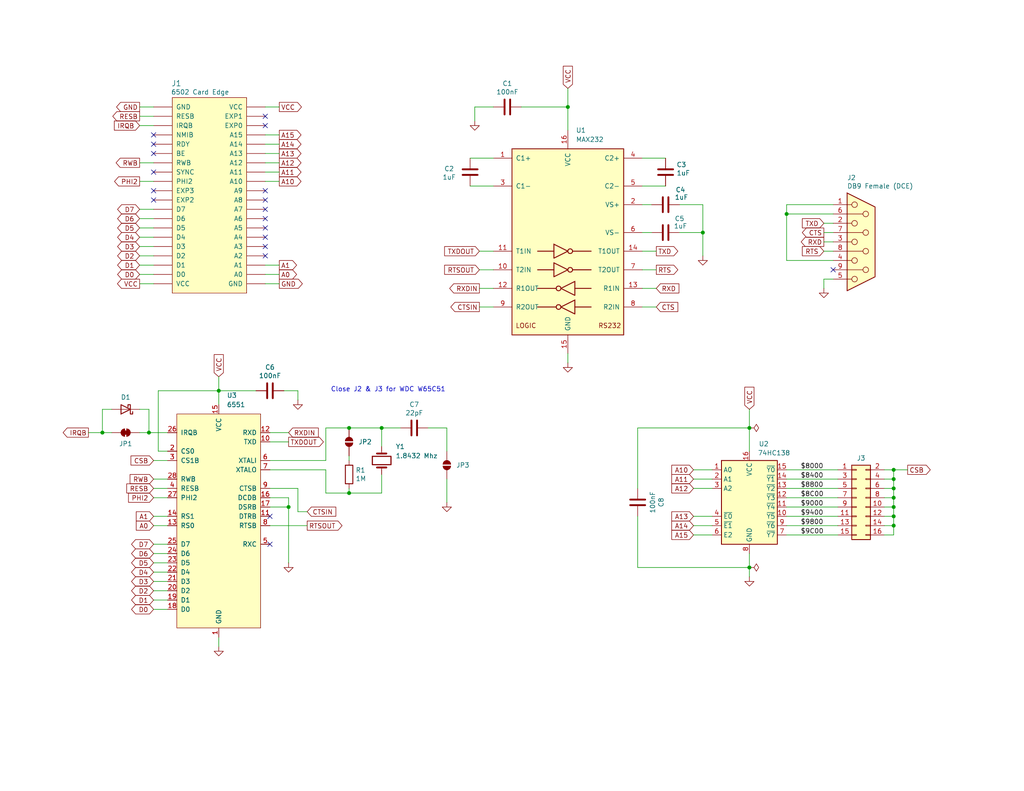
<source format=kicad_sch>
(kicad_sch (version 20250114) (generator "eeschema") (generator_version "9.0")
  (paper "USLetter")
  (title_block (title "6502 Serial Card") (date "2025-09-06") (rev "1.1") (company "A.C. Wright Design"))
  (lib_symbols
    (symbol "6502 Parts:6502 Card Edge" (pin_names (offset 1.016)) (in_bom no)
      (property "Reference" "J" (at -10.16 28.448 0))
      (property "Value" "6502 Card Edge" (at -5.588 26.924 0))
      (symbol "6502 Card Edge_1_0"
        (rectangle (start -10.16 25.4) (end 10.16 -27.94) (fill (type background)))
        (pin power_in line (at -15.24 22.86 0) (length 5.08) (name "GND") (number "GND"))
        (pin bidirectional line (at -15.24 20.32 0) (length 5.08) (name "RESB") (number "RESB"))
        (pin bidirectional line (at -15.24 17.78 0) (length 5.08) (name "IRQB") (number "IRQB"))
        (pin bidirectional line (at -15.24 15.24 0) (length 5.08) (name "NMIB") (number "NMIB"))
        (pin bidirectional line (at -15.24 12.7 0) (length 5.08) (name "RDY") (number "RDY"))
        (pin bidirectional line (at -15.24 10.16 0) (length 5.08) (name "BE") (number "BE"))
        (pin bidirectional line (at -15.24 7.62 0) (length 5.08) (name "RWB") (number "RWB"))
        (pin bidirectional line (at -15.24 5.08 0) (length 5.08) (name "SYNC") (number "SYNC"))
        (pin bidirectional line (at -15.24 2.54 0) (length 5.08) (name "PHI2") (number "PHI2"))
        (pin bidirectional line (at -15.24 0 0) (length 5.08) (name "EXP3") (number "EXP3"))
        (pin bidirectional line (at -15.24 -2.54 0) (length 5.08) (name "EXP2") (number "EXP2"))
        (pin bidirectional line (at -15.24 -5.08 0) (length 5.08) (name "D7") (number "D7"))
        (pin bidirectional line (at -15.24 -7.62 0) (length 5.08) (name "D6") (number "D6"))
        (pin bidirectional line (at -15.24 -10.16 0) (length 5.08) (name "D5") (number "D5"))
        (pin bidirectional line (at -15.24 -12.7 0) (length 5.08) (name "D4") (number "D4"))
        (pin bidirectional line (at -15.24 -15.24 0) (length 5.08) (name "D3") (number "D3"))
        (pin bidirectional line (at -15.24 -17.78 0) (length 5.08) (name "D2") (number "D2"))
        (pin bidirectional line (at -15.24 -20.32 0) (length 5.08) (name "D1") (number "D1"))
        (pin bidirectional line (at -15.24 -22.86 0) (length 5.08) (name "D0") (number "D0"))
        (pin power_in line (at -15.24 -25.4 0) (length 5.08) (name "VCC") (number "VCC"))
        (pin power_in line (at 15.24 22.86 180) (length 5.08) (name "VCC") (number "VCC"))
        (pin bidirectional line (at 15.24 20.32 180) (length 5.08) (name "EXP1") (number "EXP1"))
        (pin bidirectional line (at 15.24 17.78 180) (length 5.08) (name "EXP0") (number "EXP0"))
        (pin bidirectional line (at 15.24 15.24 180) (length 5.08) (name "A15") (number "A15"))
        (pin bidirectional line (at 15.24 12.7 180) (length 5.08) (name "A14") (number "A14"))
        (pin bidirectional line (at 15.24 10.16 180) (length 5.08) (name "A13") (number "A13"))
        (pin bidirectional line (at 15.24 7.62 180) (length 5.08) (name "A12") (number "A12"))
        (pin bidirectional line (at 15.24 5.08 180) (length 5.08) (name "A11") (number "A11"))
        (pin bidirectional line (at 15.24 2.54 180) (length 5.08) (name "A10") (number "A10"))
        (pin bidirectional line (at 15.24 0 180) (length 5.08) (name "A9") (number "A9"))
        (pin bidirectional line (at 15.24 -2.54 180) (length 5.08) (name "A8") (number "A8"))
        (pin bidirectional line (at 15.24 -5.08 180) (length 5.08) (name "A7") (number "A7"))
        (pin bidirectional line (at 15.24 -7.62 180) (length 5.08) (name "A6") (number "A6"))
        (pin bidirectional line (at 15.24 -10.16 180) (length 5.08) (name "A5") (number "A5"))
        (pin bidirectional line (at 15.24 -12.7 180) (length 5.08) (name "A4") (number "A4"))
        (pin bidirectional line (at 15.24 -15.24 180) (length 5.08) (name "A3") (number "A3"))
        (pin bidirectional line (at 15.24 -17.78 180) (length 5.08) (name "A2") (number "A2"))
        (pin bidirectional line (at 15.24 -20.32 180) (length 5.08) (name "A1") (number "A1"))
        (pin bidirectional line (at 15.24 -22.86 180) (length 5.08) (name "A0") (number "A0"))
        (pin power_in line (at 15.24 -25.4 180) (length 5.08) (name "GND") (number "GND"))
      )
    )
    (symbol "6502 Parts:65C51" (pin_names (offset 1.016))
      (property "Reference" "U" (at -10.922 33.528 0))
      (property "Value" "65C51" (at -8.382 30.988 0))
      (symbol "65C51_0_1"
        (rectangle (start -11.43 29.21) (end 11.43 -29.21) (fill (type background)))
      )
      (symbol "65C51_1_1"
        (pin output line (at -13.97 24.13 0) (length 2.54) (name "IRQB") (number "26"))
        (pin input line (at -13.97 19.05 0) (length 2.54) (name "CS0") (number "2"))
        (pin input line (at -13.97 16.51 0) (length 2.54) (name "CS1B") (number "3"))
        (pin input line (at -13.97 11.43 0) (length 2.54) (name "RWB") (number "28"))
        (pin input line (at -13.97 8.89 0) (length 2.54) (name "RESB") (number "4"))
        (pin input line (at -13.97 6.35 0) (length 2.54) (name "PHI2") (number "27"))
        (pin input line (at -13.97 1.27 0) (length 2.54) (name "RS1") (number "14"))
        (pin input line (at -13.97 -1.27 0) (length 2.54) (name "RS0") (number "13"))
        (pin bidirectional line (at -13.97 -6.35 0) (length 2.54) (name "D7") (number "25"))
        (pin bidirectional line (at -13.97 -8.89 0) (length 2.54) (name "D6") (number "24"))
        (pin bidirectional line (at -13.97 -11.43 0) (length 2.54) (name "D5") (number "23"))
        (pin bidirectional line (at -13.97 -13.97 0) (length 2.54) (name "D4") (number "22"))
        (pin bidirectional line (at -13.97 -16.51 0) (length 2.54) (name "D3") (number "21"))
        (pin bidirectional line (at -13.97 -19.05 0) (length 2.54) (name "D2") (number "20"))
        (pin bidirectional line (at -13.97 -21.59 0) (length 2.54) (name "D1") (number "19"))
        (pin bidirectional line (at -13.97 -24.13 0) (length 2.54) (name "D0") (number "18"))
        (pin power_in line (at 0 31.75 270) (length 2.54) (name "VCC") (number "15"))
        (pin power_in line (at 0 -31.75 90) (length 2.54) (name "GND") (number "1"))
        (pin input line (at 13.97 24.13 180) (length 2.54) (name "RXD") (number "12"))
        (pin output line (at 13.97 21.59 180) (length 2.54) (name "TXD") (number "10"))
        (pin input line (at 13.97 16.51 180) (length 2.54) (name "XTALI") (number "6"))
        (pin input line (at 13.97 13.97 180) (length 2.54) (name "XTALO") (number "7"))
        (pin input line (at 13.97 8.89 180) (length 2.54) (name "CTSB") (number "9"))
        (pin input line (at 13.97 6.35 180) (length 2.54) (name "DCDB") (number "16"))
        (pin input line (at 13.97 3.81 180) (length 2.54) (name "DSRB") (number "17"))
        (pin output line (at 13.97 1.27 180) (length 2.54) (name "DTRB") (number "11"))
        (pin output line (at 13.97 -1.27 180) (length 2.54) (name "RTSB") (number "8"))
        (pin input line (at 13.97 -6.35 180) (length 2.54) (name "RXC") (number "5"))
      )
    )
    (symbol "6502 Parts:DB9 Female" (pin_names (offset 1.016) (hide yes))
      (property "Reference" "J" (at 0 13.97 0))
      (property "Value" "DB9 Female (DCE)" (at 0 -14.605 0))
      (symbol "DB9 Female_0_1"
        (polyline (pts (xy -3.81 13.335) (xy -3.81 -13.335) (xy 3.81 -9.525) (xy 3.81 9.525) (xy -3.81 13.335)) (stroke (width 0.254)) (fill (type background)))
        (polyline (pts (xy -3.81 10.16) (xy -2.54 10.16)))
        (polyline (pts (xy -3.81 7.62) (xy 0.508 7.62)))
        (polyline (pts (xy -3.81 5.08) (xy -2.54 5.08)))
        (polyline (pts (xy -3.81 2.54) (xy 0.508 2.54)))
        (polyline (pts (xy -3.81 0) (xy -2.54 0)))
        (polyline (pts (xy -3.81 -2.54) (xy 0.508 -2.54)))
        (polyline (pts (xy -3.81 -5.08) (xy -2.54 -5.08)))
        (polyline (pts (xy -3.81 -7.62) (xy 0.508 -7.62)))
        (polyline (pts (xy -3.81 -10.16) (xy -2.54 -10.16)))
        (circle (center -1.778 10.16) (radius 0.762))
        (circle (center -1.778 5.08) (radius 0.762))
        (circle (center -1.778 0) (radius 0.762))
        (circle (center -1.778 -5.08) (radius 0.762))
        (circle (center -1.778 -10.16) (radius 0.762))
        (circle (center 1.27 7.62) (radius 0.762))
        (circle (center 1.27 2.54) (radius 0.762))
        (circle (center 1.27 -2.54) (radius 0.762))
        (circle (center 1.27 -7.62) (radius 0.762))
      )
      (symbol "DB9 Female_1_1"
        (pin passive line (at -7.62 10.16 0) (length 3.81) (name "1") (number "1"))
        (pin passive line (at -7.62 7.62 0) (length 3.81) (name "6") (number "6"))
        (pin passive line (at -7.62 5.08 0) (length 3.81) (name "2") (number "2"))
        (pin passive line (at -7.62 2.54 0) (length 3.81) (name "7") (number "7"))
        (pin passive line (at -7.62 0 0) (length 3.81) (name "3") (number "3"))
        (pin passive line (at -7.62 -2.54 0) (length 3.81) (name "8") (number "8"))
        (pin passive line (at -7.62 -5.08 0) (length 3.81) (name "4") (number "4"))
        (pin passive line (at -7.62 -7.62 0) (length 3.81) (name "9") (number "9"))
        (pin passive line (at -7.62 -10.16 0) (length 3.81) (name "5") (number "5"))
      )
    )
    (symbol "74xx:74HC138"
      (property "Reference" "U" (at -7.62 13.97 0))
      (property "Value" "74HC138" (at 2.54 -11.43 0))
      (symbol "74HC138_0_1"
        (rectangle (start -7.62 12.7) (end 7.62 -10.16) (stroke (width 0.254)) (fill (type background)))
      )
      (symbol "74HC138_1_1"
        (pin input line (at -10.16 10.16 0) (length 2.54) (name "A0") (number "1"))
        (pin input line (at -10.16 7.62 0) (length 2.54) (name "A1") (number "2"))
        (pin input line (at -10.16 5.08 0) (length 2.54) (name "A2") (number "3"))
        (pin input line (at -10.16 -2.54 0) (length 2.54) (name "~{E0}") (number "4"))
        (pin input line (at -10.16 -5.08 0) (length 2.54) (name "~{E1}") (number "5"))
        (pin input line (at -10.16 -7.62 0) (length 2.54) (name "E2") (number "6"))
        (pin power_in line (at 0 15.24 270) (length 2.54) (name "VCC") (number "16"))
        (pin power_in line (at 0 -12.7 90) (length 2.54) (name "GND") (number "8"))
        (pin output line (at 10.16 10.16 180) (length 2.54) (name "~{Y0}") (number "15"))
        (pin output line (at 10.16 7.62 180) (length 2.54) (name "~{Y1}") (number "14"))
        (pin output line (at 10.16 5.08 180) (length 2.54) (name "~{Y2}") (number "13"))
        (pin output line (at 10.16 2.54 180) (length 2.54) (name "~{Y3}") (number "12"))
        (pin output line (at 10.16 0 180) (length 2.54) (name "~{Y4}") (number "11"))
        (pin output line (at 10.16 -2.54 180) (length 2.54) (name "~{Y5}") (number "10"))
        (pin output line (at 10.16 -5.08 180) (length 2.54) (name "~{Y6}") (number "9"))
        (pin output line (at 10.16 -7.62 180) (length 2.54) (name "~{Y7}") (number "7"))
      )
    )
    (symbol "Connector_Generic:Conn_02x08_Odd_Even" (pin_names (offset 1.016) (hide yes))
      (property "Reference" "J" (at 1.27 10.16 0))
      (property "Value" "Conn_02x08_Odd_Even" (at 1.27 -12.7 0))
      (symbol "Conn_02x08_Odd_Even_1_1"
        (rectangle (start -1.27 8.89) (end 3.81 -11.43) (stroke (width 0.254)) (fill (type background)))
        (rectangle (start -1.27 7.747) (end 0 7.493) (stroke (width 0.1524)))
        (rectangle (start -1.27 5.207) (end 0 4.953) (stroke (width 0.1524)))
        (rectangle (start -1.27 2.667) (end 0 2.413) (stroke (width 0.1524)))
        (rectangle (start -1.27 0.127) (end 0 -0.127) (stroke (width 0.1524)))
        (rectangle (start -1.27 -2.413) (end 0 -2.667) (stroke (width 0.1524)))
        (rectangle (start -1.27 -4.953) (end 0 -5.207) (stroke (width 0.1524)))
        (rectangle (start -1.27 -7.493) (end 0 -7.747) (stroke (width 0.1524)))
        (rectangle (start -1.27 -10.033) (end 0 -10.287) (stroke (width 0.1524)))
        (rectangle (start 3.81 7.747) (end 2.54 7.493) (stroke (width 0.1524)))
        (rectangle (start 3.81 5.207) (end 2.54 4.953) (stroke (width 0.1524)))
        (rectangle (start 3.81 2.667) (end 2.54 2.413) (stroke (width 0.1524)))
        (rectangle (start 3.81 0.127) (end 2.54 -0.127) (stroke (width 0.1524)))
        (rectangle (start 3.81 -2.413) (end 2.54 -2.667) (stroke (width 0.1524)))
        (rectangle (start 3.81 -4.953) (end 2.54 -5.207) (stroke (width 0.1524)))
        (rectangle (start 3.81 -7.493) (end 2.54 -7.747) (stroke (width 0.1524)))
        (rectangle (start 3.81 -10.033) (end 2.54 -10.287) (stroke (width 0.1524)))
        (pin passive line (at -5.08 7.62 0) (length 3.81) (name "Pin_1") (number "1"))
        (pin passive line (at -5.08 5.08 0) (length 3.81) (name "Pin_3") (number "3"))
        (pin passive line (at -5.08 2.54 0) (length 3.81) (name "Pin_5") (number "5"))
        (pin passive line (at -5.08 0 0) (length 3.81) (name "Pin_7") (number "7"))
        (pin passive line (at -5.08 -2.54 0) (length 3.81) (name "Pin_9") (number "9"))
        (pin passive line (at -5.08 -5.08 0) (length 3.81) (name "Pin_11") (number "11"))
        (pin passive line (at -5.08 -7.62 0) (length 3.81) (name "Pin_13") (number "13"))
        (pin passive line (at -5.08 -10.16 0) (length 3.81) (name "Pin_15") (number "15"))
        (pin passive line (at 7.62 7.62 180) (length 3.81) (name "Pin_2") (number "2"))
        (pin passive line (at 7.62 5.08 180) (length 3.81) (name "Pin_4") (number "4"))
        (pin passive line (at 7.62 2.54 180) (length 3.81) (name "Pin_6") (number "6"))
        (pin passive line (at 7.62 0 180) (length 3.81) (name "Pin_8") (number "8"))
        (pin passive line (at 7.62 -2.54 180) (length 3.81) (name "Pin_10") (number "10"))
        (pin passive line (at 7.62 -5.08 180) (length 3.81) (name "Pin_12") (number "12"))
        (pin passive line (at 7.62 -7.62 180) (length 3.81) (name "Pin_14") (number "14"))
        (pin passive line (at 7.62 -10.16 180) (length 3.81) (name "Pin_16") (number "16"))
      )
    )
    (symbol "Device:C" (pin_numbers (hide yes)) (pin_names (offset 0.254))
      (property "Reference" "C" (at 0.635 2.54 0))
      (property "Value" "C" (at 0.635 -2.54 0))
      (symbol "C_0_1"
        (polyline (pts (xy -2.032 0.762) (xy 2.032 0.762)) (stroke (width 0.508)))
        (polyline (pts (xy -2.032 -0.762) (xy 2.032 -0.762)) (stroke (width 0.508)))
      )
      (symbol "C_1_1"
        (pin passive line (at 0 3.81 270) (length 2.794) (name "~") (number "1"))
        (pin passive line (at 0 -3.81 90) (length 2.794) (name "~") (number "2"))
      )
    )
    (symbol "Device:Crystal" (pin_numbers (hide yes)) (pin_names (offset 1.016) (hide yes))
      (property "Reference" "Y" (at 0 3.81 0))
      (property "Value" "Crystal" (at 0 -3.81 0))
      (symbol "Crystal_0_1"
        (polyline (pts (xy -2.54 0) (xy -1.905 0)))
        (polyline (pts (xy -1.905 -1.27) (xy -1.905 1.27)) (stroke (width 0.508)))
        (rectangle (start -1.143 2.54) (end 1.143 -2.54) (stroke (width 0.3048)))
        (polyline (pts (xy 1.905 -1.27) (xy 1.905 1.27)) (stroke (width 0.508)))
        (polyline (pts (xy 2.54 0) (xy 1.905 0)))
      )
      (symbol "Crystal_1_1"
        (pin passive line (at -3.81 0 0) (length 1.27) (name "1") (number "1"))
        (pin passive line (at 3.81 0 180) (length 1.27) (name "2") (number "2"))
      )
    )
    (symbol "Device:D_Schottky" (pin_numbers (hide yes)) (pin_names (offset 1.016) (hide yes))
      (property "Reference" "D" (at 0 2.54 0))
      (property "Value" "D_Schottky" (at 0 -2.54 0))
      (symbol "D_Schottky_0_1"
        (polyline (pts (xy -1.905 0.635) (xy -1.905 1.27) (xy -1.27 1.27) (xy -1.27 -1.27) (xy -0.635 -1.27) (xy -0.635 -0.635)) (stroke (width 0.254)))
        (polyline (pts (xy 1.27 1.27) (xy 1.27 -1.27) (xy -1.27 0) (xy 1.27 1.27)) (stroke (width 0.254)))
        (polyline (pts (xy 1.27 0) (xy -1.27 0)))
      )
      (symbol "D_Schottky_1_1"
        (pin passive line (at -3.81 0 0) (length 2.54) (name "K") (number "1"))
        (pin passive line (at 3.81 0 180) (length 2.54) (name "A") (number "2"))
      )
    )
    (symbol "Device:R" (pin_numbers (hide yes)) (pin_names (offset 0))
      (property "Reference" "R" (at 2.032 0 90))
      (property "Value" "R" (at 0 0 90))
      (symbol "R_0_1"
        (rectangle (start -1.016 -2.54) (end 1.016 2.54) (stroke (width 0.254)))
      )
      (symbol "R_1_1"
        (pin passive line (at 0 3.81 270) (length 1.27) (name "~") (number "1"))
        (pin passive line (at 0 -3.81 90) (length 1.27) (name "~") (number "2"))
      )
    )
    (symbol "Interface_UART:MAX232" (pin_names (offset 1.016))
      (property "Reference" "U" (at -2.54 28.575 0))
      (property "Value" "MAX232" (at -2.54 26.67 0))
      (symbol "MAX232_0_0"
        (text "LOGIC" (at -11.43 -22.86 0) (effects (font (size 1.27 1.27))))
        (text "RS232" (at 11.43 -22.86 0) (effects (font (size 1.27 1.27))))
      )
      (symbol "MAX232_0_1"
        (rectangle (start -15.24 -25.4) (end 15.24 25.4) (stroke (width 0.254)) (fill (type background)))
        (polyline (pts (xy -3.81 -0.635) (xy -3.81 -4.445) (xy 0 -2.54) (xy -3.81 -0.635)) (stroke (width 0.254)))
        (polyline (pts (xy -3.81 -2.54) (xy -8.255 -2.54)) (stroke (width 0.254)))
        (polyline (pts (xy -3.81 -5.715) (xy -3.81 -9.525) (xy 0 -7.62) (xy -3.81 -5.715)) (stroke (width 0.254)))
        (polyline (pts (xy -3.81 -7.62) (xy -8.255 -7.62)) (stroke (width 0.254)))
        (polyline (pts (xy -3.175 -12.7) (xy -8.255 -12.7)) (stroke (width 0.254)))
        (polyline (pts (xy -3.175 -17.78) (xy -8.255 -17.78)) (stroke (width 0.254)))
        (circle (center -2.54 -12.7) (radius 0.635) (stroke (width 0.254)))
        (circle (center -2.54 -17.78) (radius 0.635) (stroke (width 0.254)))
        (circle (center 0.635 -2.54) (radius 0.635) (stroke (width 0.254)))
        (circle (center 0.635 -7.62) (radius 0.635) (stroke (width 0.254)))
        (polyline (pts (xy 1.27 -2.54) (xy 6.35 -2.54)) (stroke (width 0.254)))
        (polyline (pts (xy 1.27 -7.62) (xy 6.35 -7.62)) (stroke (width 0.254)))
        (polyline (pts (xy 1.905 -10.795) (xy 1.905 -14.605) (xy -1.905 -12.7) (xy 1.905 -10.795)) (stroke (width 0.254)))
        (polyline (pts (xy 1.905 -12.7) (xy 6.35 -12.7)) (stroke (width 0.254)))
        (polyline (pts (xy 1.905 -15.875) (xy 1.905 -19.685) (xy -1.905 -17.78) (xy 1.905 -15.875)) (stroke (width 0.254)))
        (polyline (pts (xy 1.905 -17.78) (xy 6.35 -17.78)) (stroke (width 0.254)))
      )
      (symbol "MAX232_1_1"
        (pin passive line (at -20.32 22.86 0) (length 5.08) (name "C1+") (number "1"))
        (pin passive line (at -20.32 15.24 0) (length 5.08) (name "C1-") (number "3"))
        (pin input line (at -20.32 -2.54 0) (length 5.08) (name "T1IN") (number "11"))
        (pin input line (at -20.32 -7.62 0) (length 5.08) (name "T2IN") (number "10"))
        (pin output line (at -20.32 -12.7 0) (length 5.08) (name "R1OUT") (number "12"))
        (pin output line (at -20.32 -17.78 0) (length 5.08) (name "R2OUT") (number "9"))
        (pin power_in line (at 0 30.48 270) (length 5.08) (name "VCC") (number "16"))
        (pin power_in line (at 0 -30.48 90) (length 5.08) (name "GND") (number "15"))
        (pin passive line (at 20.32 22.86 180) (length 5.08) (name "C2+") (number "4"))
        (pin passive line (at 20.32 15.24 180) (length 5.08) (name "C2-") (number "5"))
        (pin power_out line (at 20.32 10.16 180) (length 5.08) (name "VS+") (number "2"))
        (pin power_out line (at 20.32 2.54 180) (length 5.08) (name "VS-") (number "6"))
        (pin output line (at 20.32 -2.54 180) (length 5.08) (name "T1OUT") (number "14"))
        (pin output line (at 20.32 -7.62 180) (length 5.08) (name "T2OUT") (number "7"))
        (pin input line (at 20.32 -12.7 180) (length 5.08) (name "R1IN") (number "13"))
        (pin input line (at 20.32 -17.78 180) (length 5.08) (name "R2IN") (number "8"))
      )
    )
    (symbol "Jumper:SolderJumper_2_Bridged" (pin_numbers (hide yes)) (pin_names (offset 0) (hide yes)) (exclude_from_sim yes) (in_bom no)
      (property "Reference" "JP" (at 0 2.032 0))
      (property "Value" "SolderJumper_2_Bridged" (at 0 -2.54 0))
      (symbol "SolderJumper_2_Bridged_0_1"
        (rectangle (start -0.508 0.508) (end 0.508 -0.508) (fill (type outline)))
        (polyline (pts (xy -0.254 1.016) (xy -0.254 -1.016)))
        (arc (start -0.254 -1.016) (mid -1.2656 0) (end -0.254 1.016))
        (arc (start -0.254 -1.016) (mid -1.2656 0) (end -0.254 1.016) (fill (type outline)))
        (arc (start 0.254 1.016) (mid 1.2656 0) (end 0.254 -1.016))
        (arc (start 0.254 1.016) (mid 1.2656 0) (end 0.254 -1.016) (fill (type outline)))
        (polyline (pts (xy 0.254 1.016) (xy 0.254 -1.016)))
      )
      (symbol "SolderJumper_2_Bridged_1_1"
        (pin passive line (at -3.81 0 0) (length 2.54) (name "A") (number "1"))
        (pin passive line (at 3.81 0 180) (length 2.54) (name "B") (number "2"))
      )
    )
    (symbol "Jumper:SolderJumper_2_Open" (pin_numbers (hide yes)) (pin_names (offset 0) (hide yes)) (exclude_from_sim yes) (in_bom no)
      (property "Reference" "JP" (at 0 2.032 0))
      (property "Value" "SolderJumper_2_Open" (at 0 -2.54 0))
      (symbol "SolderJumper_2_Open_0_1"
        (polyline (pts (xy -0.254 1.016) (xy -0.254 -1.016)))
        (arc (start -0.254 -1.016) (mid -1.2656 0) (end -0.254 1.016))
        (arc (start -0.254 -1.016) (mid -1.2656 0) (end -0.254 1.016) (fill (type outline)))
        (arc (start 0.254 1.016) (mid 1.2656 0) (end 0.254 -1.016))
        (arc (start 0.254 1.016) (mid 1.2656 0) (end 0.254 -1.016) (fill (type outline)))
        (polyline (pts (xy 0.254 1.016) (xy 0.254 -1.016)))
      )
      (symbol "SolderJumper_2_Open_1_1"
        (pin passive line (at -3.81 0 0) (length 2.54) (name "A") (number "1"))
        (pin passive line (at 3.81 0 180) (length 2.54) (name "B") (number "2"))
      )
    )
    (symbol "power:GND" (power) (pin_numbers (hide yes)) (pin_names (offset 0) (hide yes))
      (property "Value" "GND" (at 0 -3.81 0))
      (symbol "GND_0_1"
        (polyline (pts (xy 0 0) (xy 0 -1.27) (xy 1.27 -1.27) (xy 0 -2.54) (xy -1.27 -1.27) (xy 0 -1.27)))
      )
      (symbol "GND_1_1"
        (pin power_in line (at 0 0 270) (length 0) (name "~") (number "1"))
      )
    )
    (symbol "power:PWR_FLAG" (power) (pin_numbers (hide yes)) (pin_names (offset 0) (hide yes))
      (property "Value" "PWR_FLAG" (at 0 3.81 0))
      (symbol "PWR_FLAG_0_0"
        (pin power_out line (at 0 0 90) (length 0) (name "~") (number "1"))
      )
      (symbol "PWR_FLAG_0_1"
        (polyline (pts (xy 0 0) (xy 0 1.27) (xy -1.016 1.905) (xy 0 2.54) (xy 1.016 1.905) (xy 0 1.27)))
      )
    )
  )
  (text "Close J2 & J3 for WDC W65C51" (at 105.918 106.426 0) (effects (font (size 1.27 1.27))))
  (junction (at 243.84 140.97))
  (junction (at 243.84 138.43))
  (junction (at 204.47 154.94))
  (junction (at 78.74 138.43))
  (junction (at 59.69 106.68))
  (junction (at 243.84 135.89))
  (junction (at 40.64 118.11))
  (junction (at 243.84 143.51))
  (junction (at 243.84 133.35))
  (junction (at 104.14 116.84))
  (junction (at 95.25 134.62))
  (junction (at 27.94 118.11))
  (junction (at 204.47 116.84))
  (junction (at 95.25 116.84))
  (junction (at 243.84 128.27))
  (junction (at 214.63 58.42))
  (junction (at 191.77 63.5))
  (junction (at 243.84 130.81))
  (junction (at 154.94 29.21))
  (no_connect (at 41.91 41.91))
  (no_connect (at 72.39 34.29))
  (no_connect (at 41.91 39.37))
  (no_connect (at 72.39 59.69))
  (no_connect (at 41.91 54.61))
  (no_connect (at 73.66 140.97))
  (no_connect (at 41.91 52.07))
  (no_connect (at 41.91 46.99))
  (no_connect (at 73.66 148.59))
  (no_connect (at 41.91 36.83))
  (no_connect (at 72.39 62.23))
  (no_connect (at 72.39 31.75))
  (no_connect (at 72.39 64.77))
  (no_connect (at 72.39 69.85))
  (no_connect (at 72.39 52.07))
  (no_connect (at 72.39 67.31))
  (no_connect (at 72.39 54.61))
  (no_connect (at 227.33 73.66))
  (no_connect (at 72.39 57.15))
  (wire (pts (xy 175.26 55.88) (xy 177.8 55.88)))
  (wire (pts (xy 72.39 72.39) (xy 76.2 72.39)))
  (wire (pts (xy 175.26 78.74) (xy 179.07 78.74)))
  (wire (pts (xy 142.24 29.21) (xy 154.94 29.21)))
  (wire (pts (xy 104.14 134.62) (xy 104.14 129.54)))
  (wire (pts (xy 224.79 68.58) (xy 227.33 68.58)))
  (wire (pts (xy 81.28 133.35) (xy 81.28 139.7)))
  (wire (pts (xy 38.1 31.75) (xy 41.91 31.75)))
  (wire (pts (xy 154.94 24.13) (xy 154.94 29.21)))
  (wire (pts (xy 43.18 106.68) (xy 59.69 106.68)))
  (wire (pts (xy 88.9 125.73) (xy 88.9 116.84)))
  (wire (pts (xy 243.84 143.51) (xy 243.84 140.97)))
  (wire (pts (xy 214.63 130.81) (xy 228.6 130.81)))
  (wire (pts (xy 214.63 140.97) (xy 228.6 140.97)))
  (wire (pts (xy 73.66 135.89) (xy 78.74 135.89)))
  (wire (pts (xy 116.84 116.84) (xy 121.92 116.84)))
  (wire (pts (xy 243.84 135.89) (xy 243.84 133.35)))
  (wire (pts (xy 41.91 125.73) (xy 45.72 125.73)))
  (wire (pts (xy 59.69 102.87) (xy 59.69 106.68)))
  (wire (pts (xy 154.94 29.21) (xy 154.94 35.56)))
  (wire (pts (xy 38.1 62.23) (xy 41.91 62.23)))
  (wire (pts (xy 204.47 151.13) (xy 204.47 154.94)))
  (wire (pts (xy 191.77 55.88) (xy 191.77 63.5)))
  (wire (pts (xy 41.91 153.67) (xy 45.72 153.67)))
  (wire (pts (xy 38.1 77.47) (xy 41.91 77.47)))
  (wire (pts (xy 214.63 71.12) (xy 227.33 71.12)))
  (wire (pts (xy 81.28 106.68) (xy 81.28 109.22)))
  (wire (pts (xy 59.69 106.68) (xy 69.85 106.68)))
  (wire (pts (xy 189.23 133.35) (xy 194.31 133.35)))
  (wire (pts (xy 243.84 146.05) (xy 243.84 143.51)))
  (wire (pts (xy 41.91 151.13) (xy 45.72 151.13)))
  (wire (pts (xy 40.64 111.76) (xy 40.64 118.11)))
  (wire (pts (xy 243.84 138.43) (xy 243.84 135.89)))
  (wire (pts (xy 241.3 146.05) (xy 243.84 146.05)))
  (wire (pts (xy 214.63 58.42) (xy 227.33 58.42)))
  (wire (pts (xy 24.13 118.11) (xy 27.94 118.11)))
  (wire (pts (xy 72.39 77.47) (xy 76.2 77.47)))
  (wire (pts (xy 175.26 63.5) (xy 177.8 63.5)))
  (wire (pts (xy 121.92 130.81) (xy 121.92 137.16)))
  (wire (pts (xy 189.23 130.81) (xy 194.31 130.81)))
  (wire (pts (xy 243.84 140.97) (xy 243.84 138.43)))
  (wire (pts (xy 72.39 49.53) (xy 76.2 49.53)))
  (wire (pts (xy 243.84 128.27) (xy 247.65 128.27)))
  (wire (pts (xy 38.1 49.53) (xy 41.91 49.53)))
  (wire (pts (xy 214.63 133.35) (xy 228.6 133.35)))
  (wire (pts (xy 214.63 128.27) (xy 228.6 128.27)))
  (wire (pts (xy 204.47 154.94) (xy 204.47 157.48)))
  (wire (pts (xy 72.39 46.99) (xy 76.2 46.99)))
  (wire (pts (xy 130.81 68.58) (xy 134.62 68.58)))
  (wire (pts (xy 224.79 66.04) (xy 227.33 66.04)))
  (wire (pts (xy 130.81 78.74) (xy 134.62 78.74)))
  (wire (pts (xy 40.64 118.11) (xy 45.72 118.11)))
  (wire (pts (xy 185.42 63.5) (xy 191.77 63.5)))
  (wire (pts (xy 45.72 123.19) (xy 43.18 123.19)))
  (wire (pts (xy 214.63 135.89) (xy 228.6 135.89)))
  (wire (pts (xy 214.63 55.88) (xy 227.33 55.88)))
  (wire (pts (xy 77.47 106.68) (xy 81.28 106.68)))
  (wire (pts (xy 224.79 76.2) (xy 224.79 78.74)))
  (wire (pts (xy 175.26 73.66) (xy 179.07 73.66)))
  (wire (pts (xy 204.47 123.19) (xy 204.47 116.84)))
  (wire (pts (xy 38.1 64.77) (xy 41.91 64.77)))
  (wire (pts (xy 175.26 43.18) (xy 181.61 43.18)))
  (wire (pts (xy 73.66 143.51) (xy 83.82 143.51)))
  (wire (pts (xy 128.27 50.8) (xy 134.62 50.8)))
  (wire (pts (xy 41.91 140.97) (xy 45.72 140.97)))
  (wire (pts (xy 243.84 133.35) (xy 243.84 130.81)))
  (wire (pts (xy 81.28 133.35) (xy 73.66 133.35)))
  (wire (pts (xy 27.94 118.11) (xy 30.48 118.11)))
  (wire (pts (xy 38.1 69.85) (xy 41.91 69.85)))
  (wire (pts (xy 241.3 133.35) (xy 243.84 133.35)))
  (wire (pts (xy 38.1 111.76) (xy 40.64 111.76)))
  (wire (pts (xy 243.84 135.89) (xy 241.3 135.89)))
  (wire (pts (xy 224.79 60.96) (xy 227.33 60.96)))
  (wire (pts (xy 175.26 68.58) (xy 179.07 68.58)))
  (wire (pts (xy 189.23 146.05) (xy 194.31 146.05)))
  (wire (pts (xy 243.84 143.51) (xy 241.3 143.51)))
  (wire (pts (xy 38.1 72.39) (xy 41.91 72.39)))
  (wire (pts (xy 214.63 58.42) (xy 214.63 71.12)))
  (wire (pts (xy 189.23 140.97) (xy 194.31 140.97)))
  (wire (pts (xy 27.94 111.76) (xy 27.94 118.11)))
  (wire (pts (xy 59.69 173.99) (xy 59.69 176.53)))
  (wire (pts (xy 175.26 50.8) (xy 181.61 50.8)))
  (wire (pts (xy 81.28 139.7) (xy 83.82 139.7)))
  (wire (pts (xy 227.33 76.2) (xy 224.79 76.2)))
  (wire (pts (xy 104.14 116.84) (xy 104.14 121.92)))
  (wire (pts (xy 204.47 116.84) (xy 204.47 111.76)))
  (wire (pts (xy 204.47 116.84) (xy 173.99 116.84)))
  (wire (pts (xy 41.91 130.81) (xy 45.72 130.81)))
  (wire (pts (xy 243.84 138.43) (xy 241.3 138.43)))
  (wire (pts (xy 88.9 116.84) (xy 95.25 116.84)))
  (wire (pts (xy 43.18 123.19) (xy 43.18 106.68)))
  (wire (pts (xy 214.63 146.05) (xy 228.6 146.05)))
  (wire (pts (xy 173.99 116.84) (xy 173.99 133.35)))
  (wire (pts (xy 38.1 29.21) (xy 41.91 29.21)))
  (wire (pts (xy 72.39 36.83) (xy 76.2 36.83)))
  (wire (pts (xy 38.1 67.31) (xy 41.91 67.31)))
  (wire (pts (xy 130.81 83.82) (xy 134.62 83.82)))
  (wire (pts (xy 73.66 120.65) (xy 78.74 120.65)))
  (wire (pts (xy 41.91 166.37) (xy 45.72 166.37)))
  (wire (pts (xy 241.3 128.27) (xy 243.84 128.27)))
  (wire (pts (xy 130.81 73.66) (xy 134.62 73.66)))
  (wire (pts (xy 72.39 39.37) (xy 76.2 39.37)))
  (wire (pts (xy 129.54 33.02) (xy 129.54 29.21)))
  (wire (pts (xy 189.23 143.51) (xy 194.31 143.51)))
  (wire (pts (xy 38.1 57.15) (xy 41.91 57.15)))
  (wire (pts (xy 38.1 34.29) (xy 41.91 34.29)))
  (wire (pts (xy 185.42 55.88) (xy 191.77 55.88)))
  (wire (pts (xy 72.39 74.93) (xy 76.2 74.93)))
  (wire (pts (xy 154.94 96.52) (xy 154.94 99.06)))
  (wire (pts (xy 95.25 133.35) (xy 95.25 134.62)))
  (wire (pts (xy 73.66 118.11) (xy 78.74 118.11)))
  (wire (pts (xy 95.25 116.84) (xy 104.14 116.84)))
  (wire (pts (xy 224.79 63.5) (xy 227.33 63.5)))
  (wire (pts (xy 41.91 158.75) (xy 45.72 158.75)))
  (wire (pts (xy 41.91 135.89) (xy 45.72 135.89)))
  (wire (pts (xy 38.1 118.11) (xy 40.64 118.11)))
  (wire (pts (xy 41.91 143.51) (xy 45.72 143.51)))
  (wire (pts (xy 38.1 59.69) (xy 41.91 59.69)))
  (wire (pts (xy 214.63 143.51) (xy 228.6 143.51)))
  (wire (pts (xy 41.91 156.21) (xy 45.72 156.21)))
  (wire (pts (xy 95.25 124.46) (xy 95.25 125.73)))
  (wire (pts (xy 191.77 63.5) (xy 191.77 69.85)))
  (wire (pts (xy 214.63 138.43) (xy 228.6 138.43)))
  (wire (pts (xy 243.84 140.97) (xy 241.3 140.97)))
  (wire (pts (xy 173.99 154.94) (xy 173.99 140.97)))
  (wire (pts (xy 128.27 43.18) (xy 134.62 43.18)))
  (wire (pts (xy 121.92 116.84) (xy 121.92 123.19)))
  (wire (pts (xy 41.91 133.35) (xy 45.72 133.35)))
  (wire (pts (xy 78.74 138.43) (xy 78.74 153.67)))
  (wire (pts (xy 38.1 74.93) (xy 41.91 74.93)))
  (wire (pts (xy 129.54 29.21) (xy 134.62 29.21)))
  (wire (pts (xy 78.74 135.89) (xy 78.74 138.43)))
  (wire (pts (xy 41.91 148.59) (xy 45.72 148.59)))
  (wire (pts (xy 38.1 44.45) (xy 41.91 44.45)))
  (wire (pts (xy 88.9 128.27) (xy 73.66 128.27)))
  (wire (pts (xy 72.39 44.45) (xy 76.2 44.45)))
  (wire (pts (xy 95.25 134.62) (xy 104.14 134.62)))
  (wire (pts (xy 243.84 130.81) (xy 241.3 130.81)))
  (wire (pts (xy 214.63 55.88) (xy 214.63 58.42)))
  (wire (pts (xy 189.23 128.27) (xy 194.31 128.27)))
  (wire (pts (xy 175.26 83.82) (xy 179.07 83.82)))
  (wire (pts (xy 243.84 130.81) (xy 243.84 128.27)))
  (wire (pts (xy 41.91 163.83) (xy 45.72 163.83)))
  (wire (pts (xy 109.22 116.84) (xy 104.14 116.84)))
  (wire (pts (xy 72.39 29.21) (xy 76.2 29.21)))
  (wire (pts (xy 88.9 134.62) (xy 88.9 128.27)))
  (wire (pts (xy 73.66 125.73) (xy 88.9 125.73)))
  (wire (pts (xy 41.91 161.29) (xy 45.72 161.29)))
  (wire (pts (xy 73.66 138.43) (xy 78.74 138.43)))
  (wire (pts (xy 30.48 111.76) (xy 27.94 111.76)))
  (wire (pts (xy 173.99 154.94) (xy 204.47 154.94)))
  (wire (pts (xy 59.69 106.68) (xy 59.69 110.49)))
  (wire (pts (xy 88.9 134.62) (xy 95.25 134.62)))
  (wire (pts (xy 72.39 41.91) (xy 76.2 41.91)))
  (label "$8400" (at 218.44 130.81 0))
  (label "$8000" (at 218.44 128.27 0))
  (label "$8800" (at 218.44 133.35 0))
  (label "$9400" (at 218.44 140.97 0))
  (label "$9C00" (at 218.44 146.05 0))
  (label "$9000" (at 218.44 138.43 0))
  (label "$8C00" (at 218.44 135.89 0))
  (label "$9800" (at 218.44 143.51 0))
  (global_label "A13" (shape output) (at 76.2 41.91 0) (property "Intersheetrefs" "${INTERSHEET_REFS}" (effects (hide yes))))
  (global_label "RWB" (shape input) (at 41.91 130.81 180) (property "Intersheetrefs" "${INTERSHEET_REFS}" (effects (hide yes))))
  (global_label "RXD" (shape output) (at 224.79 66.04 180) (property "Intersheetrefs" "${INTERSHEET_REFS}" (effects (hide yes))))
  (global_label "RTSOUT" (shape input) (at 130.81 73.66 180) (property "Intersheetrefs" "${INTERSHEET_REFS}" (effects (hide yes))))
  (global_label "A1" (shape input) (at 41.91 140.97 180) (property "Intersheetrefs" "${INTERSHEET_REFS}" (effects (hide yes))))
  (global_label "IRQB" (shape input) (at 38.1 34.29 180) (property "Intersheetrefs" "${INTERSHEET_REFS}" (effects (hide yes))))
  (global_label "VCC" (shape output) (at 38.1 77.47 180) (property "Intersheetrefs" "${INTERSHEET_REFS}" (effects (hide yes))))
  (global_label "CTSIN" (shape input) (at 83.82 139.7 0) (property "Intersheetrefs" "${INTERSHEET_REFS}" (effects (hide yes))))
  (global_label "VCC" (shape input) (at 204.47 111.76 90) (property "Intersheetrefs" "${INTERSHEET_REFS}" (effects (hide yes))))
  (global_label "D5" (shape bidirectional) (at 41.91 153.67 180) (property "Intersheetrefs" "${INTERSHEET_REFS}" (effects (hide yes))))
  (global_label "GND" (shape output) (at 76.2 77.47 0) (property "Intersheetrefs" "${INTERSHEET_REFS}" (effects (hide yes))))
  (global_label "RXDIN" (shape input) (at 78.74 118.11 0) (property "Intersheetrefs" "${INTERSHEET_REFS}" (effects (hide yes))))
  (global_label "IRQB" (shape output) (at 24.13 118.11 180) (property "Intersheetrefs" "${INTERSHEET_REFS}" (effects (hide yes))))
  (global_label "VCC" (shape input) (at 59.69 102.87 90) (property "Intersheetrefs" "${INTERSHEET_REFS}" (effects (hide yes))))
  (global_label "A11" (shape input) (at 189.23 130.81 180) (property "Intersheetrefs" "${INTERSHEET_REFS}" (effects (hide yes))))
  (global_label "RESB" (shape input) (at 41.91 133.35 180) (property "Intersheetrefs" "${INTERSHEET_REFS}" (effects (hide yes))))
  (global_label "D7" (shape bidirectional) (at 41.91 148.59 180) (property "Intersheetrefs" "${INTERSHEET_REFS}" (effects (hide yes))))
  (global_label "D2" (shape bidirectional) (at 38.1 69.85 180) (property "Intersheetrefs" "${INTERSHEET_REFS}" (effects (hide yes))))
  (global_label "A10" (shape input) (at 189.23 128.27 180) (property "Intersheetrefs" "${INTERSHEET_REFS}" (effects (hide yes))))
  (global_label "CSB" (shape input) (at 41.91 125.73 180) (property "Intersheetrefs" "${INTERSHEET_REFS}" (effects (hide yes))))
  (global_label "A11" (shape output) (at 76.2 46.99 0) (property "Intersheetrefs" "${INTERSHEET_REFS}" (effects (hide yes))))
  (global_label "D7" (shape bidirectional) (at 38.1 57.15 180) (property "Intersheetrefs" "${INTERSHEET_REFS}" (effects (hide yes))))
  (global_label "CSB" (shape output) (at 247.65 128.27 0) (property "Intersheetrefs" "${INTERSHEET_REFS}" (effects (hide yes))))
  (global_label "RTS" (shape input) (at 224.79 68.58 180) (property "Intersheetrefs" "${INTERSHEET_REFS}" (effects (hide yes))))
  (global_label "CTSIN" (shape output) (at 130.81 83.82 180) (property "Intersheetrefs" "${INTERSHEET_REFS}" (effects (hide yes))))
  (global_label "D3" (shape bidirectional) (at 41.91 158.75 180) (property "Intersheetrefs" "${INTERSHEET_REFS}" (effects (hide yes))))
  (global_label "A10" (shape output) (at 76.2 49.53 0) (property "Intersheetrefs" "${INTERSHEET_REFS}" (effects (hide yes))))
  (global_label "TXDOUT" (shape output) (at 78.74 120.65 0) (property "Intersheetrefs" "${INTERSHEET_REFS}" (effects (hide yes))))
  (global_label "RTS" (shape output) (at 179.07 73.66 0) (property "Intersheetrefs" "${INTERSHEET_REFS}" (effects (hide yes))))
  (global_label "A14" (shape output) (at 76.2 39.37 0) (property "Intersheetrefs" "${INTERSHEET_REFS}" (effects (hide yes))))
  (global_label "TXDOUT" (shape input) (at 130.81 68.58 180) (property "Intersheetrefs" "${INTERSHEET_REFS}" (effects (hide yes))))
  (global_label "CTS" (shape input) (at 179.07 83.82 0) (property "Intersheetrefs" "${INTERSHEET_REFS}" (effects (hide yes))))
  (global_label "D4" (shape bidirectional) (at 41.91 156.21 180) (property "Intersheetrefs" "${INTERSHEET_REFS}" (effects (hide yes))))
  (global_label "A13" (shape input) (at 189.23 140.97 180) (property "Intersheetrefs" "${INTERSHEET_REFS}" (effects (hide yes))))
  (global_label "D6" (shape bidirectional) (at 41.91 151.13 180) (property "Intersheetrefs" "${INTERSHEET_REFS}" (effects (hide yes))))
  (global_label "A14" (shape input) (at 189.23 143.51 180) (property "Intersheetrefs" "${INTERSHEET_REFS}" (effects (hide yes))))
  (global_label "GND" (shape output) (at 38.1 29.21 180) (property "Intersheetrefs" "${INTERSHEET_REFS}" (effects (hide yes))))
  (global_label "D5" (shape bidirectional) (at 38.1 62.23 180) (property "Intersheetrefs" "${INTERSHEET_REFS}" (effects (hide yes))))
  (global_label "RWB" (shape output) (at 38.1 44.45 180) (property "Intersheetrefs" "${INTERSHEET_REFS}" (effects (hide yes))))
  (global_label "A0" (shape input) (at 41.91 143.51 180) (property "Intersheetrefs" "${INTERSHEET_REFS}" (effects (hide yes))))
  (global_label "D2" (shape bidirectional) (at 41.91 161.29 180) (property "Intersheetrefs" "${INTERSHEET_REFS}" (effects (hide yes))))
  (global_label "A15" (shape output) (at 76.2 36.83 0) (property "Intersheetrefs" "${INTERSHEET_REFS}" (effects (hide yes))))
  (global_label "D0" (shape bidirectional) (at 38.1 74.93 180) (property "Intersheetrefs" "${INTERSHEET_REFS}" (effects (hide yes))))
  (global_label "D6" (shape bidirectional) (at 38.1 59.69 180) (property "Intersheetrefs" "${INTERSHEET_REFS}" (effects (hide yes))))
  (global_label "D1" (shape bidirectional) (at 38.1 72.39 180) (property "Intersheetrefs" "${INTERSHEET_REFS}" (effects (hide yes))))
  (global_label "A12" (shape output) (at 76.2 44.45 0) (property "Intersheetrefs" "${INTERSHEET_REFS}" (effects (hide yes))))
  (global_label "D0" (shape bidirectional) (at 41.91 166.37 180) (property "Intersheetrefs" "${INTERSHEET_REFS}" (effects (hide yes))))
  (global_label "D1" (shape bidirectional) (at 41.91 163.83 180) (property "Intersheetrefs" "${INTERSHEET_REFS}" (effects (hide yes))))
  (global_label "CTS" (shape output) (at 224.79 63.5 180) (property "Intersheetrefs" "${INTERSHEET_REFS}" (effects (hide yes))))
  (global_label "D3" (shape bidirectional) (at 38.1 67.31 180) (property "Intersheetrefs" "${INTERSHEET_REFS}" (effects (hide yes))))
  (global_label "A12" (shape input) (at 189.23 133.35 180) (property "Intersheetrefs" "${INTERSHEET_REFS}" (effects (hide yes))))
  (global_label "TXD" (shape input) (at 224.79 60.96 180) (property "Intersheetrefs" "${INTERSHEET_REFS}" (effects (hide yes))))
  (global_label "RTSOUT" (shape output) (at 83.82 143.51 0) (property "Intersheetrefs" "${INTERSHEET_REFS}" (effects (hide yes))))
  (global_label "A1" (shape output) (at 76.2 72.39 0) (property "Intersheetrefs" "${INTERSHEET_REFS}" (effects (hide yes))))
  (global_label "PHI2" (shape input) (at 41.91 135.89 180) (property "Intersheetrefs" "${INTERSHEET_REFS}" (effects (hide yes))))
  (global_label "RESB" (shape output) (at 38.1 31.75 180) (property "Intersheetrefs" "${INTERSHEET_REFS}" (effects (hide yes))))
  (global_label "A15" (shape input) (at 189.23 146.05 180) (property "Intersheetrefs" "${INTERSHEET_REFS}" (effects (hide yes))))
  (global_label "PHI2" (shape output) (at 38.1 49.53 180) (property "Intersheetrefs" "${INTERSHEET_REFS}" (effects (hide yes))))
  (global_label "VCC" (shape input) (at 154.94 24.13 90) (property "Intersheetrefs" "${INTERSHEET_REFS}" (effects (hide yes))))
  (global_label "TXD" (shape output) (at 179.07 68.58 0) (property "Intersheetrefs" "${INTERSHEET_REFS}" (effects (hide yes))))
  (global_label "RXDIN" (shape output) (at 130.81 78.74 180) (property "Intersheetrefs" "${INTERSHEET_REFS}" (effects (hide yes))))
  (global_label "A0" (shape output) (at 76.2 74.93 0) (property "Intersheetrefs" "${INTERSHEET_REFS}" (effects (hide yes))))
  (global_label "D4" (shape bidirectional) (at 38.1 64.77 180) (property "Intersheetrefs" "${INTERSHEET_REFS}" (effects (hide yes))))
  (global_label "RXD" (shape input) (at 179.07 78.74 0) (property "Intersheetrefs" "${INTERSHEET_REFS}" (effects (hide yes))))
  (global_label "VCC" (shape output) (at 76.2 29.21 0) (property "Intersheetrefs" "${INTERSHEET_REFS}" (effects (hide yes))))
  (symbol (lib_id "6502 Parts:6502 Card Edge") (at 57.15 52.07 0) (unit 1) (in_bom no)
    (property "Reference" "J1" (at 46.736 23.622 0) (effects (font (size 1.4986 1.4986)) (justify left bottom)))
    (property "Value" "6502 Card Edge" (at 54.61 25.146 0))
    (property "Footprint" "6502 Parts:6502 Card Edge" (effects (hide yes)))
  )
  (symbol (lib_id "74xx:74HC138") (at 204.47 138.43 0) (unit 1)
    (property "Reference" "U2" (at 207.01 121.92 0) (effects (justify left bottom)))
    (property "Value" "74HC138" (at 206.756 122.936 0) (effects (justify left top)))
    (property "Footprint" "Package_SO:SOIC-16_3.9x9.9mm_P1.27mm" (effects (hide yes)))
    (property "Datasheet" "http://www.ti.com/lit/ds/symlink/cd74hc238.pdf" (effects (hide yes)))
    (property "Description" "3-to-8 line decoder/multiplexer inverting, DIP-16/SOIC-16/SSOP-16" (effects (hide yes)))
    (property "LCSC" "C5602" (effects (hide yes)))
  )
  (symbol (lib_id "Connector_Generic:Conn_02x08_Odd_Even") (at 233.68 135.89 0) (unit 1) (in_bom no)
    (property "Reference" "J3" (at 234.95 125.095 0))
    (property "Value" "Conn_02x08_Odd_Even" (effects (hide yes)))
    (property "Footprint" "Connector_PinHeader_2.54mm:PinHeader_2x08_P2.54mm_Vertical" (effects (hide yes)))
  )
  (symbol (lib_id "6502 Parts:DB9 Female") (at 234.95 66.04 0) (unit 1) (in_bom no)
    (property "Reference" "J2" (at 231.14 48.514 0) (effects (justify left)))
    (property "Value" "DB9 Female (DCE)" (at 231.14 50.8 0) (effects (justify left)))
    (property "Footprint" "6502 Parts:DB9 Female" (effects (hide yes)))
    (property "Datasheet" " ~" (effects (hide yes)))
    (property "Sparkfun" "PRT-00429" (effects (hide yes)))
  )
  (symbol (lib_id "Device:C") (at 173.99 137.16 0) (unit 1)
    (property "Reference" "C8" (at 180.3908 137.16 90))
    (property "Value" "100nF" (at 178.0794 137.16 90))
    (property "Footprint" "Capacitor_SMD:C_0805_2012Metric" (effects (hide yes)))
    (property "LCSC" "C49678" (effects (hide yes)))
  )
  (symbol (lib_id "Device:Crystal") (at 104.14 125.73 270) (unit 1) (in_bom no)
    (property "Reference" "Y1" (at 107.95 121.92 90) (effects (justify left)))
    (property "Value" "1.8432 Mhz" (at 107.95 124.46 90) (effects (justify left)))
    (property "Footprint" "Crystal:Crystal_HC49-U_Vertical" (effects (hide yes)))
  )
  (symbol (lib_id "Device:C") (at 113.03 116.84 270) (unit 1)
    (property "Reference" "C7" (at 113.03 110.4392 90))
    (property "Value" "22pF" (at 113.03 112.7506 90))
    (property "Footprint" "Capacitor_SMD:C_0805_2012Metric" (effects (hide yes)))
    (property "LCSC" "C1804" (effects (hide yes)))
  )
  (symbol (lib_id "power:GND") (at 81.28 109.22 0) (unit 1)
    (property "Reference" "#PWR05" (effects (hide yes)))
    (property "Value" "GND" (effects (hide yes)))
    (property "Description" "Power symbol creates a global label with name \"GND\" , ground" (effects (hide yes)))
  )
  (symbol (lib_id "Device:C") (at 181.61 55.88 90) (unit 1)
    (property "Reference" "C4" (at 185.674 51.816 90))
    (property "Value" "1uF" (at 185.928 53.848 90))
    (property "Footprint" "Capacitor_SMD:C_0805_2012Metric" (effects (hide yes)))
    (property "LCSC" "C28323" (effects (hide yes)))
  )
  (symbol (lib_id "power:GND") (at 154.94 99.06 0) (unit 1)
    (property "Reference" "#PWR04" (effects (hide yes)))
    (property "Value" "GND" (effects (hide yes)))
    (property "Description" "Power symbol creates a global label with name \"GND\" , ground" (effects (hide yes)))
  )
  (symbol (lib_id "Jumper:SolderJumper_2_Open") (at 121.92 127 90) (unit 1) (in_bom no)
    (property "Reference" "JP3" (at 124.46 126.9999 90) (effects (justify right)))
    (property "Value" "SolderJumper_2_Open" (effects (hide yes)))
    (property "Footprint" "Jumper:SolderJumper-2_P1.3mm_Open_RoundedPad1.0x1.5mm" (effects (hide yes)))
    (property "Description" "Solder Jumper, 2-pole, open" (effects (hide yes)))
  )
  (symbol (lib_id "Jumper:SolderJumper_2_Open") (at 95.25 120.65 90) (unit 1) (in_bom no)
    (property "Reference" "JP2" (at 97.79 120.6499 90) (effects (justify right)))
    (property "Value" "SolderJumper_2_Open" (effects (hide yes)))
    (property "Footprint" "Jumper:SolderJumper-2_P1.3mm_Open_RoundedPad1.0x1.5mm" (effects (hide yes)))
    (property "Description" "Solder Jumper, 2-pole, open" (effects (hide yes)))
  )
  (symbol (lib_id "Device:C") (at 181.61 63.5 90) (unit 1)
    (property "Reference" "C5" (at 185.42 59.69 90))
    (property "Value" "1uF" (at 185.674 61.722 90))
    (property "Footprint" "Capacitor_SMD:C_0805_2012Metric" (effects (hide yes)))
    (property "LCSC" "C28323" (effects (hide yes)))
  )
  (symbol (lib_id "Device:C") (at 181.61 46.99 0) (unit 1)
    (property "Reference" "C3" (at 185.928 44.958 0))
    (property "Value" "1uF" (at 186.436 47.244 0))
    (property "Footprint" "Capacitor_SMD:C_0805_2012Metric" (effects (hide yes)))
    (property "LCSC" "C28323" (effects (hide yes)))
  )
  (symbol (lib_id "Device:C") (at 128.27 46.99 0) (unit 1)
    (property "Reference" "C2" (at 122.555 46.0756 0))
    (property "Value" "1uF" (at 122.555 48.387 0))
    (property "Footprint" "Capacitor_SMD:C_0805_2012Metric" (effects (hide yes)))
    (property "LCSC" "C28323" (effects (hide yes)))
  )
  (symbol (lib_id "power:PWR_FLAG") (at 204.47 116.84 270) (unit 1)
    (property "Reference" "#FLG01" (effects (hide yes)))
    (property "Value" "PWR_FLAG" (effects (hide yes)))
    (property "Description" "Special symbol for telling ERC where power comes from" (effects (hide yes)))
  )
  (symbol (lib_id "power:GND") (at 204.47 157.48 0) (unit 1)
    (property "Reference" "#PWR08" (effects (hide yes)))
    (property "Value" "GND" (effects (hide yes)))
    (property "Description" "Power symbol creates a global label with name \"GND\" , ground" (effects (hide yes)))
  )
  (symbol (lib_id "Interface_UART:MAX232") (at 154.94 66.04 0) (unit 1)
    (property "Reference" "U1" (at 157.1341 35.56 0) (effects (justify left)))
    (property "Value" "MAX232" (at 157.1341 38.1 0) (effects (justify left)))
    (property "Footprint" "6502 Parts:MAX232D" (effects (hide yes)))
    (property "Datasheet" "http://www.ti.com/lit/ds/symlink/max232.pdf" (effects (hide yes)))
    (property "Description" "Dual RS232 driver/receiver, 5V supply, 120kb/s, 0C-70C" (effects (hide yes)))
    (property "LCSC" "C59824" (effects (hide yes)))
  )
  (symbol (lib_id "power:GND") (at 121.92 137.16 0) (unit 1)
    (property "Reference" "#PWR06" (effects (hide yes)))
    (property "Value" "GND" (effects (hide yes)))
    (property "Description" "Power symbol creates a global label with name \"GND\" , ground" (effects (hide yes)))
  )
  (symbol (lib_id "power:GND") (at 191.77 69.85 0) (unit 1)
    (property "Reference" "#PWR02" (effects (hide yes)))
    (property "Value" "GND" (effects (hide yes)))
    (property "Description" "Power symbol creates a global label with name \"GND\" , ground" (effects (hide yes)))
  )
  (symbol (lib_id "power:GND") (at 78.74 153.67 0) (unit 1)
    (property "Reference" "#PWR07" (effects (hide yes)))
    (property "Value" "GND" (effects (hide yes)))
    (property "Description" "Power symbol creates a global label with name \"GND\" , ground" (effects (hide yes)))
  )
  (symbol (lib_id "6502 Parts:65C51") (at 59.69 142.24 0) (unit 1) (in_bom no)
    (property "Reference" "U3" (at 61.8841 107.95 0) (effects (justify left)))
    (property "Value" "6551" (at 61.8841 110.49 0) (effects (justify left)))
    (property "Footprint" "Package_DIP:DIP-28_W15.24mm_Socket_LongPads" (effects (hide yes)))
  )
  (symbol (lib_id "Device:R") (at 95.25 129.54 180) (unit 1)
    (property "Reference" "R1" (at 97.028 128.3716 0) (effects (justify right)))
    (property "Value" "1M" (at 97.028 130.683 0) (effects (justify right)))
    (property "Footprint" "Resistor_SMD:R_0805_2012Metric" (effects (hide yes)))
    (property "Description" "Resistor" (effects (hide yes)))
    (property "LCSC" "C103906" (effects (hide yes)))
  )
  (symbol (lib_id "Device:C") (at 138.43 29.21 90) (unit 1)
    (property "Reference" "C1" (at 138.43 22.8092 90))
    (property "Value" "100nF" (at 138.43 25.1206 90))
    (property "Footprint" "Capacitor_SMD:C_0805_2012Metric" (effects (hide yes)))
    (property "LCSC" "C49678" (effects (hide yes)))
  )
  (symbol (lib_id "power:GND") (at 59.69 176.53 0) (unit 1)
    (property "Reference" "#PWR09" (effects (hide yes)))
    (property "Value" "GND" (effects (hide yes)))
    (property "Description" "Power symbol creates a global label with name \"GND\" , ground" (effects (hide yes)))
  )
  (symbol (lib_id "power:GND") (at 129.54 33.02 0) (unit 1)
    (property "Reference" "#PWR01" (effects (hide yes)))
    (property "Value" "GND" (effects (hide yes)))
    (property "Description" "Power symbol creates a global label with name \"GND\" , ground" (effects (hide yes)))
  )
  (symbol (lib_id "Jumper:SolderJumper_2_Bridged") (at 34.29 118.11 0) (unit 1) (in_bom no)
    (property "Reference" "JP1" (at 34.29 121.158 0))
    (property "Value" "SolderJumper_2_Bridged" (effects (hide yes)))
    (property "Footprint" "Jumper:SolderJumper-2_P1.3mm_Bridged_RoundedPad1.0x1.5mm" (effects (hide yes)))
    (property "Description" "Solder Jumper, 2-pole, closed/bridged" (effects (hide yes)))
  )
  (symbol (lib_id "Device:D_Schottky") (at 34.29 111.76 180) (unit 1) (in_bom no)
    (property "Reference" "D1" (at 34.29 108.458 0))
    (property "Value" "D_Schottky" (effects (hide yes)))
    (property "Footprint" "Diode_THT:D_DO-35_SOD27_P7.62mm_Horizontal" (effects (hide yes)))
    (property "Description" "Schottky diode" (effects (hide yes)))
  )
  (symbol (lib_id "power:GND") (at 224.79 78.74 0) (unit 1)
    (property "Reference" "#PWR03" (effects (hide yes)))
    (property "Value" "GND" (effects (hide yes)))
    (property "Description" "Power symbol creates a global label with name \"GND\" , ground" (effects (hide yes)))
  )
  (symbol (lib_id "Device:C") (at 73.66 106.68 90) (unit 1)
    (property "Reference" "C6" (at 73.66 100.2792 90))
    (property "Value" "100nF" (at 73.66 102.5906 90))
    (property "Footprint" "Capacitor_SMD:C_0805_2012Metric" (effects (hide yes)))
    (property "LCSC" "C49678" (effects (hide yes)))
  )
  (symbol (lib_id "power:PWR_FLAG") (at 204.47 154.94 270) (unit 1)
    (property "Reference" "#FLG02" (effects (hide yes)))
    (property "Value" "PWR_FLAG" (effects (hide yes)))
    (property "Description" "Special symbol for telling ERC where power comes from" (effects (hide yes)))
  )
)
</source>
